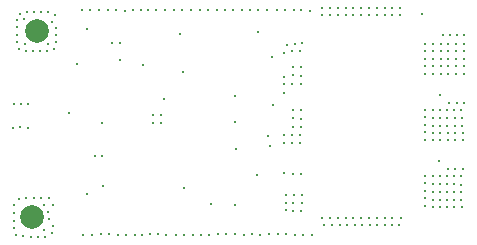
<source format=gbr>
%TF.GenerationSoftware,Altium Limited,Altium Designer,20.2.3 (150)*%
G04 Layer_Color=0*
%FSLAX26Y26*%
%MOIN*%
%TF.SameCoordinates,27716F98-0B22-40FE-96F5-AA6DB086EB47*%
%TF.FilePolarity,Positive*%
%TF.FileFunction,Plated,1,6,PTH,Drill*%
%TF.Part,Single*%
G01*
G75*
%TA.AperFunction,ViaDrill,NotFilled*%
%ADD71C,0.011811*%
%ADD72C,0.010000*%
%ADD73C,0.078740*%
D71*
X2602000Y1484992D02*
D03*
X2240000Y1646000D02*
D03*
X2216000D02*
D03*
X2301000Y2023000D02*
D03*
X2275000Y2023508D02*
D03*
X2847779Y1856483D02*
D03*
X2178000Y1383000D02*
D03*
X2206000D02*
D03*
X2236000Y1384000D02*
D03*
X2264000D02*
D03*
X2293000Y1383000D02*
D03*
X2349000D02*
D03*
X2400000Y1384000D02*
D03*
X2426000D02*
D03*
X2455000Y1383000D02*
D03*
X2486000D02*
D03*
X2513000D02*
D03*
X2571000D02*
D03*
X2655000Y1384000D02*
D03*
X2740000D02*
D03*
X2796000D02*
D03*
X2827000D02*
D03*
X2854000D02*
D03*
X2884000Y1383000D02*
D03*
X2910000D02*
D03*
X2940000Y1382000D02*
D03*
X2320779Y1382108D02*
D03*
X2374070Y1383249D02*
D03*
X2627501Y1383851D02*
D03*
X2597974Y1383236D02*
D03*
X2542611Y1382620D02*
D03*
X2766643Y1383443D02*
D03*
X2713267Y1383425D02*
D03*
X2683034Y1383840D02*
D03*
X2678034Y2131840D02*
D03*
X2708267Y2131425D02*
D03*
X2761643Y2131443D02*
D03*
X2537611Y2130620D02*
D03*
X2592974Y2131236D02*
D03*
X2622501Y2131851D02*
D03*
X2369070Y2131249D02*
D03*
X2315779Y2130108D02*
D03*
X2935000Y2130000D02*
D03*
X2905000Y2131000D02*
D03*
X2879000D02*
D03*
X2849000Y2132000D02*
D03*
X2822000D02*
D03*
X2791000D02*
D03*
X2735000D02*
D03*
X2650000D02*
D03*
X2566000Y2131000D02*
D03*
X2508000D02*
D03*
X2481000D02*
D03*
X2450000D02*
D03*
X2421000Y2132000D02*
D03*
X2395000D02*
D03*
X2344000Y2131000D02*
D03*
X2288000D02*
D03*
X2259000Y2132000D02*
D03*
X2231000D02*
D03*
X2201000Y2131000D02*
D03*
X2173000D02*
D03*
X2904312Y1461599D02*
D03*
X2877649Y1462160D02*
D03*
X2905995Y1489103D02*
D03*
X2878211Y1489664D02*
D03*
X2906276Y1515765D02*
D03*
X2878772Y1516326D02*
D03*
X2901555Y1688395D02*
D03*
X2874709D02*
D03*
X2901001Y1716347D02*
D03*
X2874986Y1714963D02*
D03*
X2903547Y1742786D02*
D03*
X2875636D02*
D03*
X2903180Y1769963D02*
D03*
X2875636Y1771432D02*
D03*
X2903547Y1798976D02*
D03*
X2876370Y1799343D02*
D03*
X2903011Y1883677D02*
D03*
X2875090Y1884771D02*
D03*
X2904379Y1910776D02*
D03*
X2876185Y1915155D02*
D03*
X2902190Y1940612D02*
D03*
X2875364Y1941981D02*
D03*
X2901010Y1996258D02*
D03*
X2874679Y1994713D02*
D03*
X2902282Y1586805D02*
D03*
X2875413D02*
D03*
X1993000Y1740000D02*
D03*
X1944000D02*
D03*
X1994000Y1819000D02*
D03*
X1946000D02*
D03*
X2438000Y1755000D02*
D03*
X2411000Y1754000D02*
D03*
X2438000Y1783000D02*
D03*
X2409000D02*
D03*
X2060000Y2018000D02*
D03*
X1982000Y2020000D02*
D03*
X2072000Y2092000D02*
D03*
X2088000Y2072000D02*
D03*
Y2048000D02*
D03*
Y2024000D02*
D03*
X2080000Y2002000D02*
D03*
X2058000Y1994000D02*
D03*
X2034000D02*
D03*
X2010000D02*
D03*
X1986000D02*
D03*
X1964000Y2002000D02*
D03*
X1956000Y2026000D02*
D03*
Y2050000D02*
D03*
Y2074000D02*
D03*
X1980000Y2102000D02*
D03*
X1956000Y2098000D02*
D03*
X2082000Y2116000D02*
D03*
X2060000Y2126000D02*
D03*
X2036000D02*
D03*
X2012000D02*
D03*
X1990000D02*
D03*
X1966000Y2120000D02*
D03*
X2076000Y1482000D02*
D03*
X2046000D02*
D03*
X2060000Y1460000D02*
D03*
X2064000Y1436000D02*
D03*
X2046000Y1400000D02*
D03*
X2076000Y1412000D02*
D03*
X2072000Y1388000D02*
D03*
X2050000Y1374000D02*
D03*
X2026000D02*
D03*
X2002000D02*
D03*
X1978000Y1378000D02*
D03*
X1954000Y1382000D02*
D03*
X1946000Y1406000D02*
D03*
Y1430000D02*
D03*
Y1456000D02*
D03*
X1948000Y1482000D02*
D03*
X2062000Y1504000D02*
D03*
X2036000Y1506000D02*
D03*
X2012000D02*
D03*
X1988000D02*
D03*
X1962000Y1502000D02*
D03*
X2908000Y2022000D02*
D03*
X2884000Y2020000D02*
D03*
X2858000Y2016000D02*
D03*
X2848000Y1990000D02*
D03*
Y1910000D02*
D03*
Y1886000D02*
D03*
Y1714000D02*
D03*
Y1688000D02*
D03*
Y1588000D02*
D03*
X2852000Y1516000D02*
D03*
Y1490000D02*
D03*
Y1464000D02*
D03*
X3440000Y1474000D02*
D03*
X3414000D02*
D03*
X3390000D02*
D03*
X3366000D02*
D03*
X3342000D02*
D03*
X3438000Y1500000D02*
D03*
X3414000D02*
D03*
X3390000D02*
D03*
X3366000D02*
D03*
X3342000D02*
D03*
X3438000Y1526000D02*
D03*
X3414000D02*
D03*
X3390000D02*
D03*
X3366000D02*
D03*
X3342000D02*
D03*
X3438000Y1550000D02*
D03*
X3414000Y1552000D02*
D03*
X3390000D02*
D03*
X3366000D02*
D03*
X3342000D02*
D03*
X3442000Y1602000D02*
D03*
X3418000D02*
D03*
X3394000D02*
D03*
X3438000Y1578000D02*
D03*
X3414000D02*
D03*
X3390000D02*
D03*
X3366000D02*
D03*
X3342000D02*
D03*
X3316000Y1504000D02*
D03*
Y1554000D02*
D03*
X3442000Y1698000D02*
D03*
X3416000D02*
D03*
X3392000D02*
D03*
X3368000D02*
D03*
X3342000D02*
D03*
X3442000Y1722000D02*
D03*
X3416000D02*
D03*
X3392000D02*
D03*
X3368000D02*
D03*
X3342000D02*
D03*
X3440000Y1746000D02*
D03*
X3416000D02*
D03*
X3390000D02*
D03*
X3366000D02*
D03*
X3342000D02*
D03*
X3440000Y1772000D02*
D03*
X3416000D02*
D03*
X3390000D02*
D03*
X3366000D02*
D03*
X3342000D02*
D03*
X3446000Y1822000D02*
D03*
X3422000D02*
D03*
X3398000D02*
D03*
X3438000Y1798000D02*
D03*
X3414000D02*
D03*
X3390000D02*
D03*
X3366000D02*
D03*
X3342000D02*
D03*
X3316000Y1724000D02*
D03*
Y1774000D02*
D03*
X3446000Y1918000D02*
D03*
X3420000D02*
D03*
X3394000D02*
D03*
X3370000D02*
D03*
X3344000D02*
D03*
X3446000Y1944000D02*
D03*
X3420000D02*
D03*
X3394000D02*
D03*
X3370000D02*
D03*
X3344000D02*
D03*
X3446000Y1970000D02*
D03*
X3420000D02*
D03*
X3394000D02*
D03*
X3370000D02*
D03*
X3344000D02*
D03*
X3446000Y1994000D02*
D03*
X3420000D02*
D03*
X3394000D02*
D03*
X3370000D02*
D03*
X3344000D02*
D03*
X3316000Y1944000D02*
D03*
Y1994000D02*
D03*
X3446000Y2018000D02*
D03*
X3420000D02*
D03*
X3448000Y2048000D02*
D03*
X3424000D02*
D03*
X3400000D02*
D03*
X3376000D02*
D03*
X3394000Y2018000D02*
D03*
X3370000D02*
D03*
X3344000D02*
D03*
X3316142Y1969000D02*
D03*
X2512000Y1540000D02*
D03*
X3316142Y1479000D02*
D03*
Y1529000D02*
D03*
Y1579000D02*
D03*
Y1699000D02*
D03*
Y1749000D02*
D03*
Y1799000D02*
D03*
Y1919000D02*
D03*
Y2019000D02*
D03*
X3230000Y1414000D02*
D03*
X3206000D02*
D03*
X3182000D02*
D03*
X3158000D02*
D03*
X3134000D02*
D03*
X3108000D02*
D03*
X3084000D02*
D03*
X3058000D02*
D03*
X3032000D02*
D03*
X3006000D02*
D03*
X2980000D02*
D03*
X3236000Y1438000D02*
D03*
X3208000D02*
D03*
X3182000D02*
D03*
X3156000D02*
D03*
X3130000D02*
D03*
X3104000D02*
D03*
X3078000D02*
D03*
X3052000D02*
D03*
X3026000D02*
D03*
X3000000D02*
D03*
X2974000D02*
D03*
Y2140000D02*
D03*
X3000000D02*
D03*
X3026000D02*
D03*
X3052000D02*
D03*
X3078000D02*
D03*
X3104000D02*
D03*
X3130000D02*
D03*
X3156000D02*
D03*
X3182000D02*
D03*
X3208000D02*
D03*
X3234000D02*
D03*
Y2114000D02*
D03*
X3208000D02*
D03*
X3182000D02*
D03*
X3156000D02*
D03*
X3130000D02*
D03*
X3104000D02*
D03*
X3078000D02*
D03*
X3052000D02*
D03*
X3026000D02*
D03*
X3000000D02*
D03*
X2974000D02*
D03*
D72*
X2299103Y1965734D02*
D03*
X2190000Y2070000D02*
D03*
X2499218Y2051218D02*
D03*
X2794441Y1710682D02*
D03*
X2799735Y1678877D02*
D03*
X2811627Y1814815D02*
D03*
X2756443Y1581623D02*
D03*
X2760000Y2060000D02*
D03*
X2129915Y1789305D02*
D03*
X1969864Y1818942D02*
D03*
X2447000Y1836000D02*
D03*
X1968000Y1741000D02*
D03*
X2190000Y1517000D02*
D03*
X2510603Y1925000D02*
D03*
X2242529Y1546761D02*
D03*
X2376000Y1950000D02*
D03*
X2156000Y1952000D02*
D03*
X2808000Y1974000D02*
D03*
X3363526Y1629549D02*
D03*
X3366000Y1850000D02*
D03*
X3308268Y2117732D02*
D03*
X2684000Y1482000D02*
D03*
X2239000Y1756000D02*
D03*
X2685971Y1669473D02*
D03*
X2685065Y1757306D02*
D03*
X2684000Y1846000D02*
D03*
D73*
X2022386Y2061758D02*
D03*
X2006000Y1442000D02*
D03*
%TF.MD5,d9eb1e80b4187801f020ef31dcaeba5c*%
M02*

</source>
